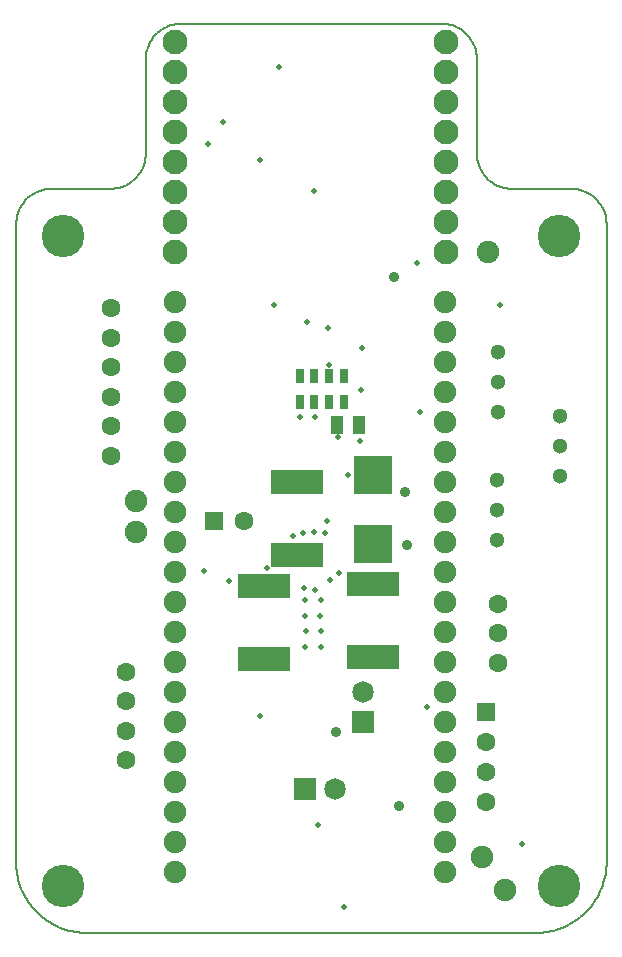
<source format=gbs>
G04*
G04 #@! TF.GenerationSoftware,Altium Limited,Altium Designer,21.9.2 (33)*
G04*
G04 Layer_Color=16711935*
%FSLAX44Y44*%
%MOMM*%
G71*
G04*
G04 #@! TF.SameCoordinates,2CFDF89B-9312-4636-8282-1E88586E834E*
G04*
G04*
G04 #@! TF.FilePolarity,Negative*
G04*
G01*
G75*
%ADD18C,0.2032*%
%ADD42R,1.1000X1.5000*%
%ADD52R,4.4000X2.1000*%
%ADD58R,3.2000X3.2000*%
%ADD59C,1.9000*%
%ADD60C,2.1000*%
%ADD61C,3.6000*%
%ADD62C,1.3000*%
%ADD63C,1.6000*%
%ADD64R,1.6000X1.6000*%
%ADD65R,1.6000X1.6000*%
%ADD66R,1.8250X1.8250*%
%ADD67C,1.8250*%
%ADD68R,1.8250X1.8250*%
%ADD69C,0.5000*%
%ADD70C,0.9000*%
%ADD86R,0.7000X1.2000*%
D18*
X390089Y660060D02*
X390191Y657577D01*
X390499Y655111D01*
X391009Y652679D01*
X391718Y650297D01*
X392621Y647982D01*
X393713Y645749D01*
X394985Y643614D01*
X396429Y641592D01*
X398035Y639695D01*
X399793Y637938D01*
X401689Y636332D01*
X403712Y634888D01*
X405846Y633616D01*
X408079Y632524D01*
X410394Y631621D01*
X412776Y630912D01*
X415209Y630402D01*
X417675Y630094D01*
X420158Y629991D01*
X390089Y739965D02*
X389986Y742447D01*
X389679Y744912D01*
X389169Y747344D01*
X388460Y749725D01*
X387557Y752039D01*
X386466Y754271D01*
X385194Y756405D01*
X383751Y758427D01*
X382145Y760323D01*
X380388Y762080D01*
X378493Y763685D01*
X376471Y765129D01*
X374337Y766401D01*
X372105Y767492D01*
X369790Y768395D01*
X367409Y769104D01*
X364978Y769613D01*
X362513Y769921D01*
X360030Y770023D01*
X439985Y-0D02*
X442533Y54D01*
X445075Y216D01*
X447609Y486D01*
X450129Y863D01*
X452630Y1347D01*
X455109Y1936D01*
X457560Y2630D01*
X459980Y3428D01*
X462364Y4328D01*
X464707Y5328D01*
X467006Y6426D01*
X469256Y7621D01*
X471454Y8911D01*
X473594Y10292D01*
X475674Y11763D01*
X477690Y13322D01*
X479638Y14964D01*
X481515Y16688D01*
X483316Y18489D01*
X485040Y20366D01*
X486682Y22313D01*
X488240Y24329D01*
X489711Y26409D01*
X491093Y28550D01*
X492382Y30747D01*
X493577Y32998D01*
X494676Y35296D01*
X495676Y37640D01*
X496575Y40024D01*
X497373Y42443D01*
X498067Y44895D01*
X498657Y47373D01*
X499141Y49875D01*
X499518Y52395D01*
X499788Y54928D01*
X499950Y57471D01*
X500004Y60018D01*
X500004Y599990D02*
X499901Y602468D01*
X499594Y604928D01*
X499086Y607355D01*
X498378Y609732D01*
X497477Y612042D01*
X496387Y614270D01*
X495118Y616400D01*
X493677Y618418D01*
X492075Y620310D01*
X490321Y622063D01*
X488429Y623666D01*
X486411Y625107D01*
X484280Y626376D01*
X482052Y627465D01*
X479742Y628366D01*
X477366Y629074D01*
X474939Y629583D01*
X472478Y629889D01*
X470000Y629991D01*
X140077Y770023D02*
X137592Y769921D01*
X135125Y769613D01*
X132691Y769103D01*
X130307Y768393D01*
X127991Y767489D01*
X125756Y766397D01*
X123620Y765124D01*
X121596Y763679D01*
X119698Y762072D01*
X117940Y760313D01*
X116333Y758415D01*
X114888Y756391D01*
X113615Y754255D01*
X112522Y752021D01*
X111618Y749704D01*
X110909Y747321D01*
X110398Y744887D01*
X110091Y742419D01*
X109988Y739934D01*
X79970Y629991D02*
X82449Y630094D01*
X84911Y630401D01*
X87339Y630910D01*
X89717Y631618D01*
X92028Y632520D01*
X94257Y633610D01*
X96389Y634879D01*
X98408Y636321D01*
X100301Y637924D01*
X102055Y639679D01*
X103659Y641572D01*
X105100Y643591D01*
X106370Y645723D01*
X107460Y647951D01*
X108362Y650263D01*
X109070Y652640D01*
X109579Y655069D01*
X109886Y657531D01*
X109988Y660009D01*
X0Y59992D02*
X54Y57446D01*
X216Y54904D01*
X486Y52372D01*
X863Y49853D01*
X1347Y47353D01*
X1936Y44875D01*
X2630Y42425D01*
X3427Y40006D01*
X4326Y37624D01*
X5326Y35281D01*
X6424Y32983D01*
X7618Y30734D01*
X8907Y28538D01*
X10288Y26398D01*
X11759Y24319D01*
X13316Y22304D01*
X14958Y20357D01*
X16681Y18481D01*
X18481Y16680D01*
X20357Y14957D01*
X22304Y13316D01*
X24319Y11758D01*
X26398Y10288D01*
X28538Y8907D01*
X30735Y7618D01*
X32984Y6423D01*
X35282Y5325D01*
X37624Y4326D01*
X40007Y3427D01*
X42425Y2629D01*
X44876Y1936D01*
X47353Y1346D01*
X49854Y863D01*
X52372Y486D01*
X54905Y216D01*
X57446Y54D01*
X59992Y-0D01*
X30084Y629991D02*
X27599Y629889D01*
X25132Y629581D01*
X22699Y629071D01*
X20316Y628361D01*
X17999Y627458D01*
X15766Y626366D01*
X13630Y625093D01*
X11606Y623648D01*
X9709Y622041D01*
X7951Y620283D01*
X6344Y618386D01*
X4899Y616362D01*
X3626Y614226D01*
X2534Y611992D01*
X1630Y609676D01*
X921Y607293D01*
X410Y604859D01*
X103Y602392D01*
X0Y599908D01*
X390089Y660061D02*
Y739965D01*
X140077Y770023D02*
X360030D01*
X500004Y60019D02*
Y599988D01*
X420158Y629991D02*
X470000D01*
X109988Y660009D02*
Y739934D01*
X30084Y629991D02*
X79970D01*
X59993Y-0D02*
X439985D01*
X0Y59992D02*
Y599908D01*
D42*
X290533Y430521D02*
D03*
X272033D02*
D03*
D52*
X237475Y320146D02*
D03*
Y382146D02*
D03*
X301837Y233384D02*
D03*
Y295384D02*
D03*
X209650Y293661D02*
D03*
Y231660D02*
D03*
D58*
X302339Y387519D02*
D03*
Y329519D02*
D03*
D59*
X134425Y52023D02*
D03*
Y77423D02*
D03*
Y102823D02*
D03*
Y128223D02*
D03*
Y153623D02*
D03*
Y179023D02*
D03*
Y204423D02*
D03*
Y229823D02*
D03*
Y255223D02*
D03*
Y280623D02*
D03*
Y306023D02*
D03*
Y331423D02*
D03*
Y356823D02*
D03*
Y382223D02*
D03*
Y407623D02*
D03*
Y433023D02*
D03*
Y458423D02*
D03*
Y483823D02*
D03*
Y509223D02*
D03*
Y534623D02*
D03*
X363025Y52023D02*
D03*
Y77423D02*
D03*
Y102823D02*
D03*
Y128223D02*
D03*
Y153623D02*
D03*
Y179023D02*
D03*
Y204423D02*
D03*
Y229823D02*
D03*
Y255223D02*
D03*
Y280623D02*
D03*
Y306023D02*
D03*
Y331423D02*
D03*
Y356823D02*
D03*
Y382223D02*
D03*
Y407623D02*
D03*
Y433023D02*
D03*
Y458423D02*
D03*
Y483823D02*
D03*
Y509223D02*
D03*
Y534623D02*
D03*
X399544Y576305D02*
D03*
X101414Y339476D02*
D03*
X101831Y365561D02*
D03*
X394175Y64565D02*
D03*
X414158Y36245D02*
D03*
D60*
X134175Y576247D02*
D03*
Y601647D02*
D03*
Y627048D02*
D03*
Y652448D02*
D03*
Y677848D02*
D03*
Y703248D02*
D03*
Y728648D02*
D03*
Y754047D02*
D03*
X364175Y576247D02*
D03*
Y601647D02*
D03*
Y627048D02*
D03*
Y652448D02*
D03*
Y677848D02*
D03*
Y703248D02*
D03*
Y728648D02*
D03*
Y754047D02*
D03*
D61*
X460000Y590000D02*
D03*
Y40000D02*
D03*
X40000D02*
D03*
Y590000D02*
D03*
D62*
X408118Y492137D02*
D03*
Y466737D02*
D03*
Y441337D02*
D03*
X460197Y437617D02*
D03*
Y412217D02*
D03*
Y386818D02*
D03*
X406998Y383378D02*
D03*
Y357978D02*
D03*
Y332578D02*
D03*
D63*
X398198Y136586D02*
D03*
X398198Y111186D02*
D03*
Y161987D02*
D03*
X193146Y348920D02*
D03*
X80400Y404134D02*
D03*
Y429134D02*
D03*
Y454134D02*
D03*
Y479134D02*
D03*
Y504134D02*
D03*
Y529134D02*
D03*
X92819Y196377D02*
D03*
Y171377D02*
D03*
Y221377D02*
D03*
Y146377D02*
D03*
X408378Y228738D02*
D03*
Y253738D02*
D03*
Y278738D02*
D03*
D64*
X398198Y187386D02*
D03*
D65*
X167746Y348920D02*
D03*
D66*
X244554Y121714D02*
D03*
D67*
X269954D02*
D03*
X293894Y204235D02*
D03*
D68*
Y178835D02*
D03*
D69*
X234351Y336451D02*
D03*
X280783Y387694D02*
D03*
X428086Y75594D02*
D03*
X272246Y419606D02*
D03*
X212320Y308712D02*
D03*
X222713Y733358D02*
D03*
X175036Y686748D02*
D03*
X339724Y566945D02*
D03*
X410083Y531838D02*
D03*
X341849Y440846D02*
D03*
X246714Y517529D02*
D03*
X206450Y183876D02*
D03*
X206372Y654220D02*
D03*
X159117Y306746D02*
D03*
X348262Y191717D02*
D03*
X218535Y531541D02*
D03*
X292636Y495578D02*
D03*
X264495Y511921D02*
D03*
X263566Y348566D02*
D03*
X252726Y290644D02*
D03*
X243846Y292111D02*
D03*
X240609Y437005D02*
D03*
X179891Y297985D02*
D03*
X273033Y305043D02*
D03*
X265458Y299177D02*
D03*
X261265Y339024D02*
D03*
X243265Y339017D02*
D03*
X252265Y339092D02*
D03*
X291596Y416451D02*
D03*
X162331Y668090D02*
D03*
X292301Y459389D02*
D03*
X265240Y480751D02*
D03*
X277683Y22387D02*
D03*
X252938Y437248D02*
D03*
X252409Y628206D02*
D03*
X255791Y91720D02*
D03*
X257659Y268647D02*
D03*
X244829Y268380D02*
D03*
X258193Y241918D02*
D03*
Y255817D02*
D03*
X257926Y281611D02*
D03*
X244829D02*
D03*
X245096Y255684D02*
D03*
X244718Y242195D02*
D03*
D70*
X324484Y107214D02*
D03*
X319781Y555761D02*
D03*
X329400Y373036D02*
D03*
X271189Y170354D02*
D03*
X330876Y328287D02*
D03*
D86*
X252566Y449306D02*
D03*
X240066D02*
D03*
X277566D02*
D03*
X265066D02*
D03*
X240066Y471306D02*
D03*
X277566D02*
D03*
X252566D02*
D03*
X265066D02*
D03*
M02*

</source>
